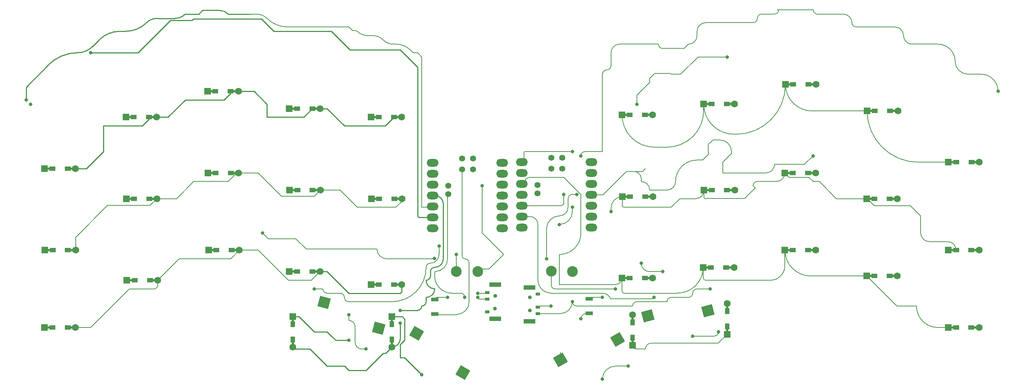
<source format=gtl>
G04 #@! TF.GenerationSoftware,KiCad,Pcbnew,(6.0.9)*
G04 #@! TF.CreationDate,2022-12-29T20:14:13-03:00*
G04 #@! TF.ProjectId,pulso - high,70756c73-6f20-42d2-9068-6967682e6b69,0.3*
G04 #@! TF.SameCoordinates,Original*
G04 #@! TF.FileFunction,Copper,L1,Top*
G04 #@! TF.FilePolarity,Positive*
%FSLAX46Y46*%
G04 Gerber Fmt 4.6, Leading zero omitted, Abs format (unit mm)*
G04 Created by KiCad (PCBNEW (6.0.9)) date 2022-12-29 20:14:13*
%MOMM*%
%LPD*%
G01*
G04 APERTURE LIST*
G04 Aperture macros list*
%AMRotRect*
0 Rectangle, with rotation*
0 The origin of the aperture is its center*
0 $1 length*
0 $2 width*
0 $3 Rotation angle, in degrees counterclockwise*
0 Add horizontal line*
21,1,$1,$2,0,0,$3*%
%AMFreePoly0*
4,1,13,0.650000,-0.475000,-0.650000,-0.475000,-0.650000,-0.227400,-1.093000,-0.227400,-1.128355,-0.212755,-1.143000,-0.177400,-1.143000,0.178200,-1.128355,0.213555,-1.093000,0.228200,-0.650000,0.228200,-0.650000,0.475000,0.650000,0.475000,0.650000,-0.475000,0.650000,-0.475000,$1*%
%AMFreePoly1*
4,1,13,0.650000,0.227000,1.093000,0.227000,1.128355,0.212355,1.143000,0.177000,1.143000,-0.178600,1.128355,-0.213955,1.093000,-0.228600,0.650000,-0.228600,0.650000,-0.475000,-0.650000,-0.475000,-0.650000,0.475000,0.650000,0.475000,0.650000,0.227000,0.650000,0.227000,$1*%
G04 Aperture macros list end*
G04 #@! TA.AperFunction,ComponentPad*
%ADD10O,2.750000X1.800000*%
G04 #@! TD*
G04 #@! TA.AperFunction,ComponentPad*
%ADD11C,1.397000*%
G04 #@! TD*
G04 #@! TA.AperFunction,SMDPad,CuDef*
%ADD12FreePoly0,90.000000*%
G04 #@! TD*
G04 #@! TA.AperFunction,ComponentPad*
%ADD13R,1.600000X1.600000*%
G04 #@! TD*
G04 #@! TA.AperFunction,ComponentPad*
%ADD14C,1.600000*%
G04 #@! TD*
G04 #@! TA.AperFunction,SMDPad,CuDef*
%ADD15FreePoly1,90.000000*%
G04 #@! TD*
G04 #@! TA.AperFunction,SMDPad,CuDef*
%ADD16FreePoly0,0.000000*%
G04 #@! TD*
G04 #@! TA.AperFunction,SMDPad,CuDef*
%ADD17FreePoly1,0.000000*%
G04 #@! TD*
G04 #@! TA.AperFunction,SMDPad,CuDef*
%ADD18FreePoly0,270.000000*%
G04 #@! TD*
G04 #@! TA.AperFunction,SMDPad,CuDef*
%ADD19FreePoly1,270.000000*%
G04 #@! TD*
G04 #@! TA.AperFunction,ComponentPad*
%ADD20C,2.500000*%
G04 #@! TD*
G04 #@! TA.AperFunction,WasherPad*
%ADD21C,0.900000*%
G04 #@! TD*
G04 #@! TA.AperFunction,SMDPad,CuDef*
%ADD22R,1.000000X0.700000*%
G04 #@! TD*
G04 #@! TA.AperFunction,SMDPad,CuDef*
%ADD23R,2.800000X1.000000*%
G04 #@! TD*
G04 #@! TA.AperFunction,SMDPad,CuDef*
%ADD24RotRect,2.550000X2.500000X210.000000*%
G04 #@! TD*
G04 #@! TA.AperFunction,SMDPad,CuDef*
%ADD25RotRect,2.550000X2.500000X195.000000*%
G04 #@! TD*
G04 #@! TA.AperFunction,SMDPad,CuDef*
%ADD26R,1.700000X0.900000*%
G04 #@! TD*
G04 #@! TA.AperFunction,SMDPad,CuDef*
%ADD27RotRect,2.550000X2.500000X345.000000*%
G04 #@! TD*
G04 #@! TA.AperFunction,SMDPad,CuDef*
%ADD28RotRect,2.550000X2.500000X330.000000*%
G04 #@! TD*
G04 #@! TA.AperFunction,ViaPad*
%ADD29C,0.800000*%
G04 #@! TD*
G04 #@! TA.AperFunction,Conductor*
%ADD30C,0.200000*%
G04 #@! TD*
G04 #@! TA.AperFunction,Conductor*
%ADD31C,0.250000*%
G04 #@! TD*
G04 APERTURE END LIST*
D10*
X150255000Y-64454907D03*
X150255000Y-66994907D03*
X150255000Y-69534907D03*
X150255000Y-72074907D03*
X150255000Y-74614907D03*
X150255000Y-77154907D03*
X150255000Y-79694907D03*
X166445000Y-79694907D03*
X166445000Y-77154907D03*
X166445000Y-74614907D03*
X166445000Y-72074907D03*
X166445000Y-69534907D03*
X166445000Y-66994907D03*
X166445000Y-64454907D03*
D11*
X157080000Y-63502907D03*
X159620000Y-63502907D03*
X157080000Y-66042907D03*
X159620000Y-66042907D03*
X153905000Y-71757907D03*
X153905000Y-69852907D03*
D12*
X176000000Y-105349038D03*
D13*
X176000000Y-107150038D03*
D14*
X176000000Y-99998038D03*
D15*
X176000000Y-101799038D03*
D13*
X249424000Y-103000000D03*
D16*
X251225000Y-103000000D03*
D14*
X256576000Y-103000000D03*
D17*
X254775000Y-103000000D03*
D13*
X230424000Y-91000000D03*
D16*
X232225000Y-91000000D03*
D14*
X237576000Y-91000000D03*
D17*
X235775000Y-91000000D03*
D13*
X211424000Y-85000000D03*
D16*
X213225000Y-85000000D03*
D14*
X218576000Y-85000000D03*
D17*
X216775000Y-85000000D03*
D13*
X192424000Y-89000000D03*
D16*
X194225000Y-89000000D03*
D14*
X199576000Y-89000000D03*
D17*
X197775000Y-89000000D03*
D13*
X249424000Y-85000000D03*
D16*
X251225000Y-85000000D03*
D14*
X256576000Y-85000000D03*
D17*
X254775000Y-85000000D03*
D13*
X230424000Y-73000000D03*
D16*
X232225000Y-73000000D03*
D14*
X237576000Y-73000000D03*
D17*
X235775000Y-73000000D03*
D13*
X211424000Y-67000000D03*
D16*
X213225000Y-67000000D03*
D14*
X218576000Y-67000000D03*
D17*
X216775000Y-67000000D03*
D13*
X192612848Y-71000000D03*
D16*
X194413848Y-71000000D03*
D14*
X199764848Y-71000000D03*
D17*
X197963848Y-71000000D03*
D12*
X198000000Y-102775000D03*
D13*
X198000000Y-104576000D03*
D14*
X198000000Y-97424000D03*
D15*
X198000000Y-99225000D03*
D18*
X120000000Y-102225000D03*
D13*
X120000000Y-100424000D03*
D14*
X120000000Y-107576000D03*
D19*
X120000000Y-105775000D03*
D18*
X97000000Y-102225000D03*
D13*
X97000000Y-100424000D03*
D14*
X97000000Y-107576000D03*
D19*
X97000000Y-105775000D03*
D20*
X140000000Y-90000000D03*
X157075000Y-89900000D03*
X135000000Y-90000000D03*
X162000000Y-90000000D03*
D21*
X144000000Y-98625000D03*
X144050000Y-95625000D03*
D22*
X142200000Y-99375000D03*
X142200000Y-96375000D03*
X142200000Y-94875000D03*
D23*
X144100000Y-100975000D03*
X144100000Y-93025000D03*
D21*
X152150000Y-96000000D03*
X152100000Y-99000000D03*
D22*
X153950000Y-95250000D03*
X153950000Y-98250000D03*
X153950000Y-99750000D03*
D23*
X152050000Y-101600000D03*
X152050000Y-93650000D03*
D13*
X173537848Y-53440000D03*
D16*
X175338848Y-53440000D03*
D14*
X180689848Y-53440000D03*
D17*
X178888848Y-53440000D03*
D13*
X173612848Y-72540000D03*
D16*
X175413848Y-72540000D03*
D14*
X180764848Y-72540000D03*
D17*
X178963848Y-72540000D03*
D13*
X173537848Y-91490000D03*
D16*
X175338848Y-91490000D03*
D14*
X180689848Y-91490000D03*
D17*
X178888848Y-91490000D03*
D13*
X192537848Y-50915000D03*
D16*
X194338848Y-50915000D03*
D14*
X199689848Y-50915000D03*
D17*
X197888848Y-50915000D03*
D13*
X211527848Y-46323000D03*
D16*
X213328848Y-46323000D03*
D14*
X218679848Y-46323000D03*
D17*
X216878848Y-46323000D03*
D13*
X230527848Y-52573000D03*
D16*
X232328848Y-52573000D03*
D14*
X237679848Y-52573000D03*
D17*
X235878848Y-52573000D03*
X254781000Y-64504295D03*
D14*
X256582000Y-64504295D03*
D16*
X251231000Y-64504295D03*
D13*
X249430000Y-64504295D03*
D24*
X172508152Y-105779295D03*
X159243700Y-110504591D03*
D25*
X179518526Y-100264069D03*
X193553999Y-99132876D03*
D26*
X165892000Y-96313000D03*
X165892000Y-99713000D03*
D13*
X115185652Y-93000000D03*
D16*
X116986652Y-93000000D03*
D14*
X122337652Y-93000000D03*
D17*
X120536652Y-93000000D03*
X120536652Y-54000000D03*
D14*
X122337652Y-54000000D03*
D16*
X116986652Y-54000000D03*
D13*
X115185652Y-54000000D03*
X115260652Y-73000000D03*
D16*
X117061652Y-73000000D03*
D14*
X122412652Y-73000000D03*
D17*
X120611652Y-73000000D03*
D13*
X96185652Y-90000000D03*
D16*
X97986652Y-90000000D03*
D14*
X103337652Y-90000000D03*
D17*
X101536652Y-90000000D03*
X101536652Y-52000000D03*
D14*
X103337652Y-52000000D03*
D16*
X97986652Y-52000000D03*
D13*
X96185652Y-52000000D03*
X96260652Y-71000000D03*
D16*
X98061652Y-71000000D03*
D14*
X103412652Y-71000000D03*
D17*
X101611652Y-71000000D03*
D13*
X77424000Y-85000000D03*
D16*
X79225000Y-85000000D03*
D14*
X84576000Y-85000000D03*
D17*
X82775000Y-85000000D03*
D13*
X77270652Y-67000000D03*
D16*
X79071652Y-67000000D03*
D14*
X84422652Y-67000000D03*
D17*
X82621652Y-67000000D03*
X82546652Y-48000000D03*
D14*
X84347652Y-48000000D03*
D16*
X78996652Y-48000000D03*
D13*
X77195652Y-48000000D03*
X58424000Y-92000000D03*
D16*
X60225000Y-92000000D03*
D14*
X65576000Y-92000000D03*
D17*
X63775000Y-92000000D03*
D13*
X58270652Y-73000000D03*
D16*
X60071652Y-73000000D03*
D14*
X65422652Y-73000000D03*
D17*
X63621652Y-73000000D03*
X63546652Y-54000000D03*
D14*
X65347652Y-54000000D03*
D16*
X59996652Y-54000000D03*
D13*
X58195652Y-54000000D03*
D17*
X44719500Y-85000000D03*
D14*
X46520500Y-85000000D03*
D16*
X41169500Y-85000000D03*
D13*
X39368500Y-85000000D03*
D17*
X44644500Y-103000000D03*
D14*
X46445500Y-103000000D03*
D16*
X41094500Y-103000000D03*
D13*
X39293500Y-103000000D03*
D17*
X44644500Y-66000000D03*
D14*
X46445500Y-66000000D03*
D16*
X41094500Y-66000000D03*
D13*
X39293500Y-66000000D03*
D27*
X116978452Y-103198220D03*
X104257779Y-97160125D03*
D26*
X130037652Y-99865000D03*
X130037652Y-96465000D03*
D28*
X136513804Y-113491295D03*
X125789352Y-104366591D03*
D10*
X129530000Y-64604907D03*
X129530000Y-67144907D03*
X129530000Y-69684907D03*
X129530000Y-72224907D03*
X129530000Y-74764907D03*
X129530000Y-77304907D03*
X129530000Y-79844907D03*
X145720000Y-79844907D03*
X145720000Y-77304907D03*
X145720000Y-74764907D03*
X145720000Y-72224907D03*
X145720000Y-69684907D03*
X145720000Y-67144907D03*
X145720000Y-64604907D03*
D11*
X136355000Y-63652907D03*
X138895000Y-63652907D03*
X136355000Y-66192907D03*
X138895000Y-66192907D03*
X133180000Y-71907907D03*
X133180000Y-70002907D03*
D29*
X163000000Y-72000000D03*
X156000000Y-87000000D03*
X162000000Y-75000000D03*
X159000000Y-79000000D03*
X164000000Y-101000000D03*
X169000000Y-96000000D03*
X172000000Y-94000000D03*
X194000000Y-94000000D03*
X162000000Y-97000000D03*
X181000000Y-96000000D03*
X171000000Y-76000000D03*
X162000000Y-62000000D03*
X164000000Y-63000000D03*
X160000000Y-72000000D03*
X157000000Y-98000000D03*
X198000000Y-40000000D03*
X177000000Y-51000000D03*
X218000000Y-63000000D03*
X261000000Y-48000000D03*
X190000000Y-105000000D03*
X196000000Y-104000000D03*
X169000000Y-115000000D03*
X175000000Y-112000000D03*
X183000000Y-90000000D03*
X178000000Y-88000000D03*
X114000000Y-108000000D03*
X110000000Y-100000000D03*
X129895863Y-86941335D03*
X135000000Y-86000000D03*
X90000000Y-81000000D03*
X133000000Y-96000000D03*
X122000000Y-99000000D03*
X122000000Y-102000000D03*
X141000000Y-70000000D03*
X102000000Y-94000000D03*
X131000000Y-84000000D03*
X140000000Y-95000000D03*
X140000000Y-96000000D03*
X137000000Y-96000000D03*
X50000000Y-39000000D03*
X35000000Y-50000000D03*
X36000000Y-51000000D03*
X110000000Y-106000000D03*
X127000000Y-114000000D03*
D30*
X162000000Y-72000000D02*
X163000000Y-72000000D01*
X161000000Y-75000000D02*
G75*
G02*
X159000000Y-77000000I-2000000J0D01*
G01*
X161000000Y-75000000D02*
X161000000Y-73000000D01*
X159000000Y-77000000D02*
G75*
G03*
X156000000Y-80000000I0J-3000000D01*
G01*
X162000000Y-72000000D02*
G75*
G03*
X161000000Y-73000000I0J-1000000D01*
G01*
X156000000Y-87000000D02*
X156000000Y-80000000D01*
X162000000Y-76000000D02*
X162000000Y-75000000D01*
X162000000Y-76000000D02*
G75*
G02*
X159000000Y-79000000I-3000000J0D01*
G01*
X159000000Y-86000000D02*
X159000000Y-93000000D01*
X159000000Y-93000000D02*
X172027848Y-93000000D01*
X160000000Y-68000000D02*
X164000000Y-72000000D01*
X152264907Y-68000000D02*
X160000000Y-68000000D01*
X173537800Y-91490000D02*
G75*
G02*
X172027848Y-93000000I-1510000J0D01*
G01*
X159000000Y-86000000D02*
G75*
G03*
X164000000Y-81000000I0J5000000D01*
G01*
X152264907Y-68000000D02*
G75*
G03*
X150730000Y-69534907I-7J-1534900D01*
G01*
X164000000Y-72000000D02*
X164000000Y-81000000D01*
X159385093Y-74614907D02*
X150730000Y-74614907D01*
X159967797Y-72032203D02*
X159967797Y-74203896D01*
X160000000Y-72000000D02*
X159967797Y-72032203D01*
X159385093Y-74614857D02*
G75*
G03*
X159967797Y-74203896I-2093J621557D01*
G01*
X164000000Y-101000000D02*
G75*
G02*
X165287000Y-99713000I1287000J0D01*
G01*
X165892000Y-99713000D02*
X165287000Y-99713000D01*
X165892000Y-96313000D02*
G75*
G02*
X166205000Y-96000000I313000J0D01*
G01*
X169000000Y-96000000D02*
X166205000Y-96000000D01*
X158000000Y-94000000D02*
X172000000Y-94000000D01*
X158000000Y-94000000D02*
G75*
G02*
X157075000Y-93075000I0J925000D01*
G01*
X157075000Y-89900000D02*
X157075000Y-93075000D01*
X184000000Y-97000000D02*
X177000000Y-97000000D01*
X189000000Y-96000000D02*
X185000000Y-96000000D01*
X162000000Y-97000000D02*
G75*
G03*
X163000000Y-98000000I1000000J0D01*
G01*
X176000000Y-98000000D02*
G75*
G02*
X177000000Y-97000000I1000000J0D01*
G01*
X184000000Y-97000000D02*
G75*
G02*
X185000000Y-96000000I1000000J0D01*
G01*
X189000000Y-96000000D02*
G75*
G03*
X190000000Y-95000000I0J1000000D01*
G01*
X190000000Y-95000000D02*
G75*
G02*
X191000000Y-94000000I1000000J0D01*
G01*
X176000000Y-98000000D02*
X163000000Y-98000000D01*
X194000000Y-94000000D02*
X191000000Y-94000000D01*
X162000000Y-97000000D02*
G75*
G02*
X159250000Y-99750000I-2750000J0D01*
G01*
X153950000Y-99750000D02*
X159250000Y-99750000D01*
X152154907Y-77154907D02*
X150730000Y-77154907D01*
X154000000Y-92000000D02*
X154000000Y-79000000D01*
X162000000Y-95000000D02*
X157000000Y-95000000D01*
X169000000Y-95000000D02*
X162000000Y-95000000D01*
X154000000Y-92000000D02*
G75*
G03*
X157000000Y-95000000I3000000J0D01*
G01*
X152154907Y-77154900D02*
G75*
G02*
X154000000Y-79000000I-7J-1845100D01*
G01*
X169000000Y-94999940D02*
G75*
G02*
X170876412Y-96300134I-2400J-2007560D01*
G01*
X180699866Y-96300134D02*
X170876412Y-96300134D01*
X181000000Y-96000000D02*
X180699866Y-96300134D01*
X173612848Y-72540000D02*
G75*
G03*
X171000000Y-75152848I-48J-2612800D01*
G01*
X171000000Y-76000000D02*
X171000000Y-75152848D01*
X151000000Y-62000000D02*
X162000000Y-62000000D01*
X151000000Y-62000000D02*
G75*
G03*
X150730000Y-62270000I0J-270000D01*
G01*
X150730000Y-64454907D02*
X150730000Y-62270000D01*
X165000000Y-62000000D02*
X169000000Y-62000000D01*
X165000000Y-62000000D02*
G75*
G03*
X164000000Y-63000000I0J-1000000D01*
G01*
X169000000Y-54000000D02*
X169000000Y-62000000D01*
X157000000Y-98000000D02*
X154200000Y-98000000D01*
X153950000Y-98250000D02*
G75*
G02*
X154200000Y-98000000I250000J0D01*
G01*
X185000001Y-44000000D02*
G75*
G03*
X184857999Y-43857999I-142001J0D01*
G01*
X181142001Y-43857999D02*
X184857999Y-43857999D01*
X180000000Y-45000000D02*
X181142001Y-43857999D01*
X180000000Y-45905551D02*
X180000000Y-45000000D01*
X177000000Y-48905551D02*
X180000000Y-45905551D01*
X187193980Y-44000000D02*
X191193980Y-40000000D01*
X177000000Y-51000000D02*
X177000000Y-48905551D01*
X185000000Y-44000000D02*
X187193980Y-44000000D01*
X191193980Y-40000000D02*
X198000000Y-40000000D01*
X209000000Y-65000000D02*
X216000000Y-65000000D01*
X216000000Y-65000000D02*
X218000000Y-63000000D01*
X209000000Y-65000000D02*
G75*
G02*
X207000000Y-67000000I-2000000J0D01*
G01*
X205000000Y-67000000D02*
X207000000Y-67000000D01*
X197000000Y-67000000D02*
X205000000Y-67000000D01*
X197000000Y-64470551D02*
X197000000Y-67000000D01*
X199000000Y-62470551D02*
X197000000Y-64470551D01*
X199000001Y-62000000D02*
G75*
G03*
X196322999Y-59322999I-2677001J0D01*
G01*
X194677001Y-59322999D02*
X196322999Y-59322999D01*
X194000000Y-60000047D02*
G75*
G03*
X193613847Y-60386153I0J-386153D01*
G01*
X193613847Y-62717114D02*
X193613847Y-60386153D01*
X192330961Y-64000000D02*
X193613847Y-62717114D01*
X192000000Y-64000000D02*
X192330961Y-64000000D01*
X191000000Y-64000000D02*
X192000000Y-64000000D01*
X186000000Y-69000000D02*
G75*
G02*
X184000000Y-71000000I-2000000J0D01*
G01*
X199000000Y-62000000D02*
X199000000Y-62470551D01*
X191000000Y-64000000D02*
G75*
G03*
X186000000Y-69000000I0J-5000000D01*
G01*
X177999999Y-68296002D02*
G75*
G03*
X176351999Y-66648001I-1647999J2D01*
G01*
X178000000Y-68296002D02*
X178000000Y-69000000D01*
X180000000Y-71000000D02*
G75*
G03*
X178000000Y-69000000I-2000000J0D01*
G01*
X176351999Y-66648001D02*
X178351999Y-66648001D01*
X180000000Y-71000000D02*
X184000000Y-71000000D01*
X174537550Y-66648001D02*
X176351999Y-66648001D01*
X194000000Y-60000000D02*
X194677001Y-59322999D01*
X178351999Y-66648001D02*
X179000000Y-66000000D01*
X169110644Y-72074907D02*
X174537550Y-66648001D01*
X165970000Y-72074907D02*
X169110644Y-72074907D01*
X169000000Y-47000000D02*
X169000000Y-54000000D01*
X169000000Y-44000000D02*
X169000000Y-47000000D01*
X170000000Y-43000000D02*
G75*
G03*
X171000000Y-42000000I0J1000000D01*
G01*
X171000000Y-39000000D02*
X171000000Y-42000000D01*
X171000000Y-39000000D02*
G75*
G02*
X173000000Y-37000000I2000000J0D01*
G01*
X175000000Y-37000000D02*
X173000000Y-37000000D01*
X182000000Y-37000000D02*
X175000000Y-37000000D01*
X182000000Y-37000000D02*
G75*
G03*
X183000000Y-38000000I1000000J0D01*
G01*
X185000000Y-38000000D02*
X183000000Y-38000000D01*
X189000000Y-37000000D02*
G75*
G03*
X191000000Y-35000000I0J2000000D01*
G01*
X191000000Y-34000000D02*
X191000000Y-35000000D01*
X169000000Y-44000000D02*
G75*
G02*
X170000000Y-43000000I1000000J0D01*
G01*
X191000000Y-34000000D02*
G75*
G02*
X193000000Y-32000000I2000000J0D01*
G01*
X208000000Y-30000000D02*
X206000000Y-30000000D01*
X200000000Y-32000000D02*
X193000000Y-32000000D01*
X209000000Y-30000000D02*
X208000000Y-30000000D01*
X204000000Y-32000000D02*
X200000000Y-32000000D01*
X204000000Y-32000000D02*
G75*
G03*
X205000000Y-31000000I0J1000000D01*
G01*
X189000000Y-37000000D02*
X188000000Y-38000000D01*
X209000000Y-30000000D02*
G75*
G03*
X210000000Y-29000000I0J1000000D01*
G01*
X210000000Y-29000000D02*
X218000000Y-29000000D01*
X188000000Y-38000000D02*
X185000000Y-38000000D01*
X205000000Y-31000000D02*
G75*
G02*
X206000000Y-30000000I1000000J0D01*
G01*
X209610983Y-29000000D02*
X210000000Y-29000000D01*
X241000000Y-37000000D02*
X247000000Y-37000000D01*
X228000000Y-33000000D02*
X237000000Y-33000000D01*
X219000000Y-30000000D02*
X225000000Y-30000000D01*
X261000000Y-48000000D02*
G75*
G03*
X257000000Y-44000000I-4000000J0D01*
G01*
X254000000Y-44000000D02*
X257000000Y-44000000D01*
X254000000Y-44000000D02*
G75*
G02*
X251000000Y-41000000I0J3000000D01*
G01*
X251000000Y-41000000D02*
G75*
G03*
X247000000Y-37000000I-4000000J0D01*
G01*
X241000000Y-37000000D02*
G75*
G02*
X239000000Y-35000000I0J2000000D01*
G01*
X239000000Y-35000000D02*
G75*
G03*
X237000000Y-33000000I-2000000J0D01*
G01*
X228000000Y-33000000D02*
G75*
G02*
X227000000Y-32000000I0J1000000D01*
G01*
X227000000Y-32000000D02*
G75*
G03*
X225000000Y-30000000I-2000000J0D01*
G01*
X219000000Y-30000000D02*
G75*
G02*
X218000000Y-29000000I0J1000000D01*
G01*
X195000000Y-105000000D02*
X190000000Y-105000000D01*
X195000000Y-105000000D02*
G75*
G03*
X196000000Y-104000000I0J1000000D01*
G01*
X169000000Y-115000000D02*
G75*
G02*
X172000000Y-112000000I3000000J0D01*
G01*
X175000000Y-112000000D02*
X172000000Y-112000000D01*
X183000000Y-90000000D02*
X180000000Y-90000000D01*
X178000000Y-88000000D02*
G75*
G03*
X180000000Y-90000000I2000000J0D01*
G01*
X176000000Y-107150038D02*
G75*
G03*
X176849962Y-108000000I850000J38D01*
G01*
X179000000Y-108000000D02*
X176849962Y-108000000D01*
X179000050Y-108000000D02*
G75*
G02*
X180336350Y-106663650I1336350J0D01*
G01*
X195912350Y-106663650D02*
X180336350Y-106663650D01*
X198000000Y-104576000D02*
X195912350Y-106663650D01*
X173537848Y-94537848D02*
X173537848Y-91490000D01*
X173537800Y-94537848D02*
G75*
G03*
X174000000Y-95000000I462200J48D01*
G01*
X186424000Y-95000000D02*
X174000000Y-95000000D01*
X186424000Y-95000000D02*
G75*
G03*
X192424000Y-89000000I0J6000000D01*
G01*
X192424000Y-91424000D02*
G75*
G03*
X193000000Y-92000000I576000J0D01*
G01*
X192424000Y-91424000D02*
X192424000Y-89000000D01*
X208000000Y-92000000D02*
X193000000Y-92000000D01*
X211424000Y-85000000D02*
X211424000Y-88576000D01*
X208000000Y-92000000D02*
G75*
G03*
X211424000Y-88576000I0J3424000D01*
G01*
X211424000Y-85000000D02*
G75*
G03*
X217424000Y-91000000I6000000J0D01*
G01*
X230424000Y-91000000D02*
X217424000Y-91000000D01*
X237424000Y-98000000D02*
X230424000Y-91000000D01*
X242000000Y-98000000D02*
X237424000Y-98000000D01*
X242000000Y-98000000D02*
G75*
G03*
X247000000Y-103000000I5000000J0D01*
G01*
X249424000Y-103000000D02*
X247000000Y-103000000D01*
X232185204Y-74609204D02*
X230576000Y-73000000D01*
X240609204Y-74609204D02*
X232185204Y-74609204D01*
X243000000Y-77000000D02*
X240609204Y-74609204D01*
X243000000Y-81000000D02*
X243000000Y-77000000D01*
X249225000Y-83000000D02*
X245000000Y-83000000D01*
X230576000Y-73000000D02*
X230424000Y-73000000D01*
X243000000Y-81000000D02*
G75*
G03*
X245000000Y-83000000I2000000J0D01*
G01*
X249225000Y-83000000D02*
G75*
G02*
X251225000Y-85000000I0J-2000000D01*
G01*
X212424000Y-68000000D02*
X211424000Y-67000000D01*
X217000000Y-68000000D02*
X212424000Y-68000000D01*
X218000000Y-69000000D02*
X217000000Y-68000000D01*
X219398447Y-69000000D02*
X218000000Y-69000000D01*
X223398447Y-73000000D02*
X219398447Y-69000000D01*
X230424000Y-73000000D02*
X223398447Y-73000000D01*
X192612848Y-72612848D02*
X192612848Y-71000000D01*
X193048796Y-72951204D02*
X193000000Y-73000000D01*
X209424000Y-69000000D02*
X205001822Y-69000000D01*
X202048796Y-72951204D02*
X193048796Y-72951204D01*
X192612800Y-72612848D02*
G75*
G03*
X193000000Y-73000000I387200J48D01*
G01*
X204002389Y-69901744D02*
G75*
G02*
X205001822Y-69000000I999411J-102956D01*
G01*
X204002407Y-69901746D02*
X204550330Y-70449670D01*
X209424000Y-69000000D02*
G75*
G03*
X211424000Y-67000000I0J2000000D01*
G01*
X204550330Y-70449670D02*
X202048796Y-72951204D01*
X185000000Y-75000000D02*
X174000000Y-75000000D01*
X187000000Y-73000000D02*
X185000000Y-75000000D01*
X190612848Y-73000000D02*
X187000000Y-73000000D01*
X173612848Y-74612848D02*
X173612848Y-72540000D01*
X173612900Y-74612848D02*
G75*
G03*
X174000000Y-75000000I387200J48D01*
G01*
X190612848Y-73000048D02*
G75*
G03*
X192612848Y-71000000I-48J2000048D01*
G01*
X113000000Y-108000000D02*
X114000000Y-108000000D01*
X113000000Y-107999971D02*
G75*
G02*
X111506229Y-106506229I0J1493771D01*
G01*
X111506229Y-102993837D02*
X111506229Y-106506229D01*
X111506229Y-102846856D02*
X111506229Y-102993837D01*
X111506273Y-102846856D02*
G75*
G03*
X110000000Y-101340627I-1506273J-44D01*
G01*
X110000000Y-100000000D02*
X110000000Y-101340627D01*
X173537848Y-53440000D02*
X175338848Y-53440000D01*
X173537800Y-53440000D02*
G75*
G03*
X181097848Y-61000000I7560000J0D01*
G01*
X184000000Y-61000000D02*
X181097848Y-61000000D01*
X184000000Y-60999998D02*
G75*
G03*
X192537848Y-52462152I0J8537848D01*
G01*
X192537848Y-50915000D02*
X192537848Y-52462152D01*
X192537800Y-50915000D02*
G75*
G03*
X199622848Y-58000000I7085000J0D01*
G01*
X200000000Y-58000000D02*
X199622848Y-58000000D01*
X200000000Y-57999998D02*
G75*
G03*
X211527848Y-46472152I0J11527848D01*
G01*
X211527848Y-46323000D02*
X211527848Y-46472152D01*
X230527848Y-52573000D02*
X217777848Y-52573000D01*
X211527800Y-46323000D02*
G75*
G03*
X217777848Y-52573000I6250000J0D01*
G01*
X230527805Y-52573000D02*
G75*
G03*
X242459143Y-64504295I11931295J0D01*
G01*
X249430000Y-64504295D02*
X242459143Y-64504295D01*
X135000000Y-86000000D02*
X135000000Y-90000000D01*
X129895800Y-86941335D02*
G75*
G03*
X129954528Y-87000000I58700J35D01*
G01*
X130000000Y-87000000D02*
X129954528Y-87000000D01*
X118832537Y-86999962D02*
G75*
G02*
X116567538Y-84735001I-37J2264962D01*
G01*
X100092538Y-84735001D02*
X116567538Y-84735001D01*
X97678769Y-82321232D02*
X100092538Y-84735001D01*
X90000000Y-81000000D02*
X91321232Y-82321232D01*
X118832537Y-87000000D02*
X130000000Y-87000000D01*
X91321232Y-82321232D02*
X97678769Y-82321232D01*
X130502652Y-96000000D02*
X133000000Y-96000000D01*
X130502652Y-95999952D02*
G75*
G03*
X130037652Y-96465000I48J-465048D01*
G01*
X142595757Y-89404243D02*
X140921179Y-89404243D01*
X141000000Y-81000000D02*
X146000000Y-86000000D01*
X146000000Y-86000000D02*
X142595757Y-89404243D01*
X141000000Y-70000000D02*
X141000000Y-81000000D01*
X140000000Y-90000033D02*
G75*
G03*
X140921179Y-89404243I2200J1006633D01*
G01*
D31*
X132000000Y-80000000D02*
X132000000Y-74219907D01*
X132000000Y-87000000D02*
X132000000Y-80000000D01*
X129000000Y-91000000D02*
X129000000Y-90000000D01*
X128000000Y-97000000D02*
X128000000Y-96000000D01*
X122000000Y-99000000D02*
X126000000Y-99000000D01*
X130005000Y-72224900D02*
G75*
G02*
X132000000Y-74219907I0J-1995000D01*
G01*
X132000000Y-87000000D02*
G75*
G02*
X130000000Y-89000000I-2000000J0D01*
G01*
X130000000Y-89000000D02*
G75*
G03*
X129000000Y-90000000I0J-1000000D01*
G01*
X129000000Y-91000000D02*
G75*
G02*
X128000000Y-92000000I-1000000J0D01*
G01*
X128000000Y-92000000D02*
G75*
G03*
X130000000Y-94000000I2000000J0D01*
G01*
X130000000Y-94000000D02*
G75*
G02*
X128000000Y-96000000I-2000000J0D01*
G01*
X128000000Y-97000000D02*
G75*
G02*
X127000000Y-98000000I-1000000J0D01*
G01*
X127000000Y-98000000D02*
G75*
G02*
X126000000Y-99000000I-1000000J0D01*
G01*
X122000000Y-105576000D02*
X122000000Y-102000000D01*
X122000000Y-105576000D02*
G75*
G02*
X120000000Y-107576000I-2000000J0D01*
G01*
D30*
X104000000Y-94000000D02*
X102000000Y-94000000D01*
X104000000Y-94000000D02*
G75*
G03*
X105000000Y-95000000I1000000J0D01*
G01*
X108000000Y-95000000D02*
X107000000Y-95000000D01*
X108000000Y-95000000D02*
G75*
G02*
X109000000Y-96000000I0J-1000000D01*
G01*
X107000000Y-95000000D02*
X105000000Y-95000000D01*
X109000000Y-96000000D02*
G75*
G03*
X110000000Y-97000000I1000000J0D01*
G01*
X120000000Y-97000000D02*
X110000000Y-97000000D01*
X131000000Y-84000000D02*
X131000000Y-86000000D01*
X129000000Y-88000000D02*
G75*
G03*
X131000000Y-86000000I0J2000000D01*
G01*
X120000000Y-97000000D02*
G75*
G03*
X128000000Y-89000000I0J8000000D01*
G01*
X128000000Y-89000000D02*
G75*
G02*
X129000000Y-88000000I1000000J0D01*
G01*
X142075000Y-95000000D02*
X140000000Y-95000000D01*
X142075000Y-95000000D02*
G75*
G03*
X142200000Y-94875000I0J125000D01*
G01*
X140000000Y-96000000D02*
G75*
G03*
X140375000Y-96375000I375000J0D01*
G01*
X142200000Y-96375000D02*
X140375000Y-96375000D01*
X134000000Y-95000000D02*
G75*
G02*
X130000000Y-91000000I0J4000000D01*
G01*
X130000000Y-90000000D02*
G75*
G03*
X133000000Y-87000000I0J3000000D01*
G01*
X137000000Y-96000000D02*
G75*
G03*
X136000000Y-95000000I-1000000J0D01*
G01*
X133000000Y-86000000D02*
X133000000Y-87000000D01*
X130000000Y-90000000D02*
X130000000Y-91000000D01*
X133000000Y-72087907D02*
X133000000Y-86000000D01*
X134000000Y-95000000D02*
X136000000Y-95000000D01*
X133000007Y-72087907D02*
G75*
G02*
X133180000Y-71907907I179993J7D01*
G01*
X135000000Y-100000000D02*
X130172652Y-100000000D01*
X138000000Y-88000000D02*
X138000000Y-97000000D01*
X130037700Y-99865000D02*
G75*
G03*
X130172652Y-100000000I135000J0D01*
G01*
X136355000Y-66192907D02*
X136355000Y-86355000D01*
X135000000Y-100000000D02*
G75*
G03*
X138000000Y-97000000I0J3000000D01*
G01*
X138000000Y-88000000D02*
G75*
G03*
X137000000Y-87000000I-1000000J0D01*
G01*
X137000000Y-87000000D02*
G75*
G02*
X136355000Y-86355000I0J645000D01*
G01*
X63845304Y-74577348D02*
X65422652Y-73000000D01*
X46520500Y-81979500D02*
X53922652Y-74577348D01*
X53922652Y-74577348D02*
X63845304Y-74577348D01*
X46520500Y-85000000D02*
X46520500Y-81979500D01*
X122412652Y-73587348D02*
X122412652Y-73000000D01*
X112000000Y-75000000D02*
X121000000Y-75000000D01*
X121000000Y-75000000D02*
X122412652Y-73587348D01*
X108000000Y-71000000D02*
X112000000Y-75000000D01*
X103412652Y-71000000D02*
X108000000Y-71000000D01*
X102000000Y-72412652D02*
X103412652Y-71000000D01*
X94412652Y-72412652D02*
X102000000Y-72412652D01*
X89000000Y-67000000D02*
X94412652Y-72412652D01*
X84422652Y-67000000D02*
X89000000Y-67000000D01*
X101337652Y-92000000D02*
X103337652Y-90000000D01*
X96000000Y-92000000D02*
X101337652Y-92000000D01*
X89000000Y-85000000D02*
X96000000Y-92000000D01*
X84576000Y-85000000D02*
X89000000Y-85000000D01*
X82576000Y-87000000D02*
X84576000Y-85000000D01*
X70576000Y-87000000D02*
X82576000Y-87000000D01*
X65576000Y-92000000D02*
X70576000Y-87000000D01*
D31*
X126304907Y-77304907D02*
X130005000Y-77304907D01*
X126000000Y-77000000D02*
X126304907Y-77304907D01*
X126000000Y-42376696D02*
X126000000Y-77000000D01*
X121978303Y-38354999D02*
X126000000Y-42376696D01*
X110289577Y-38354999D02*
X121978303Y-38354999D01*
X92576114Y-34000000D02*
X105934578Y-34000000D01*
X89699821Y-31123707D02*
X92576114Y-34000000D01*
X73550000Y-31450000D02*
X73876293Y-31123707D01*
X68550000Y-31450000D02*
X73550000Y-31450000D01*
X50000000Y-39000000D02*
X61000000Y-39000000D01*
X61000000Y-39000000D02*
X68550000Y-31450000D01*
X73876293Y-31123707D02*
X89699821Y-31123707D01*
X105934578Y-34000000D02*
X110289577Y-38354999D01*
D30*
X127000000Y-75000000D02*
X129437436Y-75000000D01*
X127000000Y-40000000D02*
X127000000Y-75000000D01*
X126000000Y-39000000D02*
X127000000Y-40000000D01*
X125000000Y-39000000D02*
X126000000Y-39000000D01*
X124414213Y-38414214D02*
X125000000Y-39000000D01*
X120414213Y-37000000D02*
X121000000Y-37000000D01*
X114414213Y-35000000D02*
X115585787Y-35000000D01*
X110844999Y-33844999D02*
X111625795Y-33844999D01*
X95828427Y-33000000D02*
X110000000Y-33000000D01*
X130004991Y-74764898D02*
G75*
G02*
X129437436Y-75000000I-567591J567598D01*
G01*
X124414208Y-38414219D02*
G75*
G03*
X121000000Y-37000000I-3414208J-3414181D01*
G01*
X120414213Y-36999994D02*
G75*
G02*
X118000000Y-36000000I-13J3414194D01*
G01*
X118000004Y-35999996D02*
G75*
G03*
X115585787Y-35000000I-2414204J-2414204D01*
G01*
X112000002Y-33999998D02*
G75*
G03*
X111625795Y-33844999I-374202J-374202D01*
G01*
X91000004Y-30999996D02*
G75*
G03*
X88585787Y-30000000I-2414204J-2414204D01*
G01*
D31*
X82000000Y-30000000D02*
X87000000Y-30000000D01*
X81999998Y-30000002D02*
G75*
G03*
X79855107Y-29111556I-2144898J-2144898D01*
G01*
X76005308Y-29111556D02*
X79855107Y-29111556D01*
D30*
X87000000Y-30000000D02*
X88585787Y-30000000D01*
D31*
X75116864Y-30000000D02*
X76005308Y-29111556D01*
X72000000Y-30000000D02*
X75116864Y-30000000D01*
X72000004Y-30000004D02*
G75*
G02*
X69585787Y-31000000I-2414204J2414204D01*
G01*
X67000000Y-31000000D02*
X69585787Y-31000000D01*
X65414213Y-31000000D02*
X67000000Y-31000000D01*
X65414213Y-31000006D02*
G75*
G03*
X63000000Y-32000000I-13J-3414194D01*
G01*
X63000008Y-32000008D02*
G75*
G02*
X58171573Y-34000000I-4828408J4828408D01*
G01*
X57000000Y-34000000D02*
X58171573Y-34000000D01*
D30*
X95828427Y-32999988D02*
G75*
G02*
X91000001Y-30999999I-27J6828388D01*
G01*
D31*
X56828427Y-34000000D02*
X57000000Y-34000000D01*
X50414213Y-37585786D02*
X52000000Y-36000000D01*
X50414208Y-37585781D02*
G75*
G02*
X47000000Y-39000000I-3414208J3414181D01*
G01*
X35000000Y-47000000D02*
X40171573Y-41828427D01*
X35000000Y-50000000D02*
X35000000Y-47000000D01*
D30*
X114414213Y-34999994D02*
G75*
G02*
X112000000Y-34000000I-13J3414194D01*
G01*
X110000000Y-33000000D02*
X110844999Y-33844999D01*
D31*
X47000000Y-39000014D02*
G75*
G03*
X40171573Y-41828427I0J-9656886D01*
G01*
X56828427Y-34000012D02*
G75*
G03*
X52000001Y-36000001I-27J-6828388D01*
G01*
X107000000Y-106000000D02*
X110000000Y-106000000D01*
X105000000Y-104000000D02*
X106000000Y-105000000D01*
X104000000Y-104000000D02*
X105000000Y-104000000D01*
X102000000Y-104000000D02*
X104000000Y-104000000D01*
X106000000Y-105000000D02*
X107000000Y-106000000D01*
X98424000Y-100424000D02*
X102000000Y-104000000D01*
X97000000Y-100424000D02*
X98424000Y-100424000D01*
X122424000Y-100424000D02*
X120000000Y-100424000D01*
X123000000Y-101000000D02*
X122424000Y-100424000D01*
X123000000Y-106000000D02*
X123000000Y-101000000D01*
X122000000Y-110000000D02*
X122000000Y-107000000D01*
X123000000Y-110000000D02*
X122000000Y-110000000D01*
X127000000Y-114000000D02*
X123000000Y-110000000D01*
X122000000Y-107000000D02*
X123000000Y-106000000D01*
X118000000Y-109000000D02*
X118576000Y-109000000D01*
X118576000Y-109000000D02*
X120000000Y-107576000D01*
X118000000Y-109000000D02*
X114000000Y-113000000D01*
X97424000Y-108000000D02*
X97000000Y-107576000D01*
X101000000Y-108000000D02*
X97424000Y-108000000D01*
X105000000Y-112000000D02*
X101000000Y-108000000D01*
X109000000Y-112000000D02*
X105000000Y-112000000D01*
X110000000Y-113000000D02*
X109000000Y-112000000D01*
X114000000Y-113000000D02*
X110000000Y-113000000D01*
X105000000Y-90000000D02*
X103337652Y-90000000D01*
X110000000Y-95000000D02*
X105000000Y-90000000D01*
X122000000Y-95000000D02*
X110000000Y-95000000D01*
X122337652Y-94662348D02*
X122000000Y-95000000D01*
X122337652Y-93000000D02*
X122337652Y-94662348D01*
D30*
X65576000Y-93424000D02*
X65576000Y-92000000D01*
X50000000Y-103000000D02*
X59000000Y-94000000D01*
X65000000Y-94000000D02*
X65576000Y-93424000D01*
X46445500Y-103000000D02*
X50000000Y-103000000D01*
X59000000Y-94000000D02*
X65000000Y-94000000D01*
X74000000Y-69000000D02*
X82000000Y-69000000D01*
X84000000Y-67000000D02*
X84422652Y-67000000D01*
X70000000Y-73000000D02*
X74000000Y-69000000D01*
X82000000Y-69000000D02*
X84000000Y-67000000D01*
X65422652Y-73000000D02*
X70000000Y-73000000D01*
D31*
X63546652Y-54453348D02*
X63546652Y-54000000D01*
X53000000Y-62000000D02*
X53000000Y-56000000D01*
X49000000Y-66000000D02*
X53000000Y-62000000D01*
X46445500Y-66000000D02*
X49000000Y-66000000D01*
X53000000Y-56000000D02*
X62000000Y-56000000D01*
X62000000Y-56000000D02*
X63546652Y-54453348D01*
X118536652Y-56000000D02*
X120536652Y-54000000D01*
X109000000Y-56000000D02*
X118536652Y-56000000D01*
X105000000Y-52000000D02*
X109000000Y-56000000D01*
X103337652Y-52000000D02*
X105000000Y-52000000D01*
X88000000Y-48000000D02*
X91000000Y-51000000D01*
X91000000Y-51000000D02*
X91000000Y-54000000D01*
X91000000Y-54000000D02*
X99536652Y-54000000D01*
X99536652Y-54000000D02*
X101536652Y-52000000D01*
X84347652Y-48000000D02*
X88000000Y-48000000D01*
X82546652Y-48453348D02*
X82546652Y-48000000D01*
X72000000Y-50000000D02*
X81000000Y-50000000D01*
X81000000Y-50000000D02*
X82546652Y-48453348D01*
X68000000Y-54000000D02*
X72000000Y-50000000D01*
X65347652Y-54000000D02*
X68000000Y-54000000D01*
D30*
X159243700Y-108794300D02*
X159243700Y-110504591D01*
M02*

</source>
